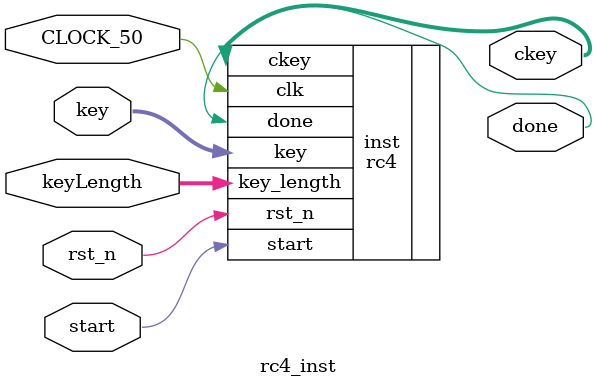
<source format=v>
module rc4_inst(
						input CLOCK_50,
						input start,
						input rst_n,
						input [31:0] key,
						input [7:0] keyLength,
						
						output [7:0] ckey,
						output done
);
	rc4 inst(
					.clk		(CLOCK_50),
					.start		(start),
					.rst_n		(rst_n),
					.key		(key),
					.key_length	(keyLength),
					
					.ckey		(ckey),
					.done		(done)
	);
	
endmodule

</source>
